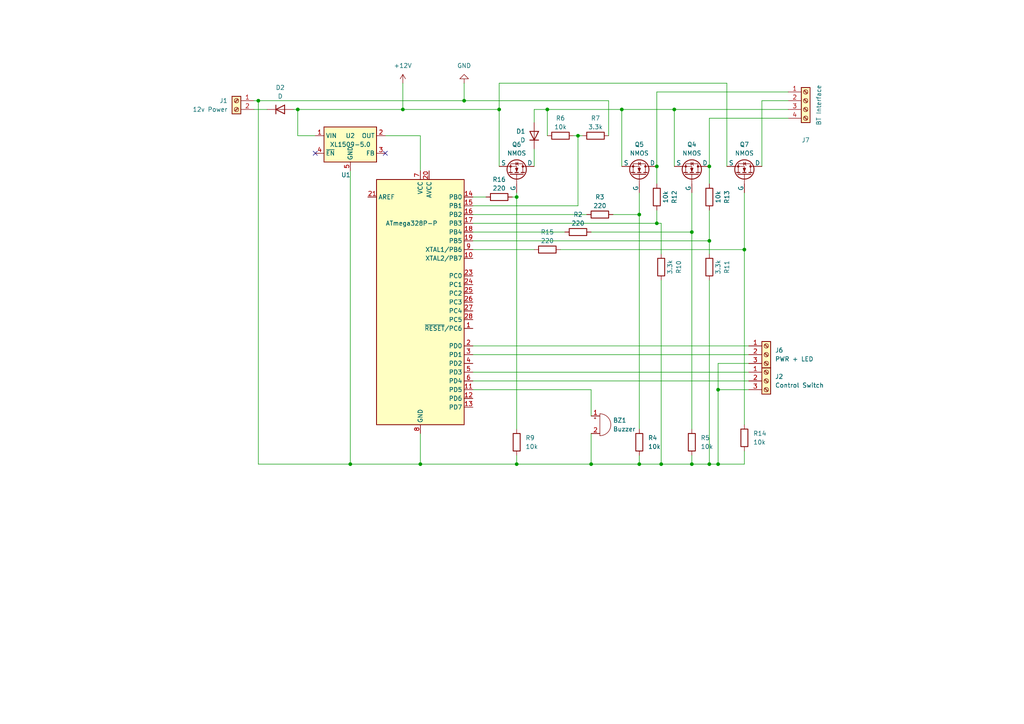
<source format=kicad_sch>
(kicad_sch (version 20250114) (generator "eeschema") (generator_version "9.0")
  (paper "A4")
  (title_block (title "Stand Alone Bow Thruster Controller") (date "2025-05-11") (company "David Ros"))
  (lib_symbols
    (symbol "Connector:Screw_Terminal_01x02" (pin_names (offset 1.016) (hide yes))
      (property "Reference" "J" (at 0 2.54 0))
      (property "Value" "Screw_Terminal_01x02" (at 0 -5.08 0))
      (symbol "Screw_Terminal_01x02_1_1"
        (rectangle (start -1.27 1.27) (end 1.27 -3.81) (stroke (width 0.254)) (fill (type background)))
        (polyline (pts (xy -0.5334 0.3302) (xy 0.3302 -0.508)) (stroke (width 0.1524)))
        (polyline (pts (xy -0.5334 -2.2098) (xy 0.3302 -3.048)) (stroke (width 0.1524)))
        (polyline (pts (xy -0.3556 0.508) (xy 0.508 -0.3302)) (stroke (width 0.1524)))
        (polyline (pts (xy -0.3556 -2.032) (xy 0.508 -2.8702)) (stroke (width 0.1524)))
        (circle (center 0 0) (radius 0.635) (stroke (width 0.1524)))
        (circle (center 0 -2.54) (radius 0.635) (stroke (width 0.1524)))
        (pin passive line (at -5.08 0 0) (length 3.81) (name "Pin_1") (number "1"))
        (pin passive line (at -5.08 -2.54 0) (length 3.81) (name "Pin_2") (number "2"))
      )
    )
    (symbol "Connector:Screw_Terminal_01x03" (pin_names (offset 1.016) (hide yes))
      (property "Reference" "J" (at 0 5.08 0))
      (property "Value" "Screw_Terminal_01x03" (at 0 -5.08 0))
      (symbol "Screw_Terminal_01x03_1_1"
        (rectangle (start -1.27 3.81) (end 1.27 -3.81) (stroke (width 0.254)) (fill (type background)))
        (polyline (pts (xy -0.5334 2.8702) (xy 0.3302 2.032)) (stroke (width 0.1524)))
        (polyline (pts (xy -0.5334 0.3302) (xy 0.3302 -0.508)) (stroke (width 0.1524)))
        (polyline (pts (xy -0.5334 -2.2098) (xy 0.3302 -3.048)) (stroke (width 0.1524)))
        (polyline (pts (xy -0.3556 3.048) (xy 0.508 2.2098)) (stroke (width 0.1524)))
        (polyline (pts (xy -0.3556 0.508) (xy 0.508 -0.3302)) (stroke (width 0.1524)))
        (polyline (pts (xy -0.3556 -2.032) (xy 0.508 -2.8702)) (stroke (width 0.1524)))
        (circle (center 0 2.54) (radius 0.635) (stroke (width 0.1524)))
        (circle (center 0 0) (radius 0.635) (stroke (width 0.1524)))
        (circle (center 0 -2.54) (radius 0.635) (stroke (width 0.1524)))
        (pin passive line (at -5.08 2.54 0) (length 3.81) (name "Pin_1") (number "1"))
        (pin passive line (at -5.08 0 0) (length 3.81) (name "Pin_2") (number "2"))
        (pin passive line (at -5.08 -2.54 0) (length 3.81) (name "Pin_3") (number "3"))
      )
    )
    (symbol "Connector:Screw_Terminal_01x04" (pin_names (offset 1.016) (hide yes))
      (property "Reference" "J" (at 0 5.08 0))
      (property "Value" "Screw_Terminal_01x04" (at 0 -7.62 0))
      (symbol "Screw_Terminal_01x04_1_1"
        (rectangle (start -1.27 3.81) (end 1.27 -6.35) (stroke (width 0.254)) (fill (type background)))
        (polyline (pts (xy -0.5334 2.8702) (xy 0.3302 2.032)) (stroke (width 0.1524)))
        (polyline (pts (xy -0.5334 0.3302) (xy 0.3302 -0.508)) (stroke (width 0.1524)))
        (polyline (pts (xy -0.5334 -2.2098) (xy 0.3302 -3.048)) (stroke (width 0.1524)))
        (polyline (pts (xy -0.5334 -4.7498) (xy 0.3302 -5.588)) (stroke (width 0.1524)))
        (polyline (pts (xy -0.3556 3.048) (xy 0.508 2.2098)) (stroke (width 0.1524)))
        (polyline (pts (xy -0.3556 0.508) (xy 0.508 -0.3302)) (stroke (width 0.1524)))
        (polyline (pts (xy -0.3556 -2.032) (xy 0.508 -2.8702)) (stroke (width 0.1524)))
        (polyline (pts (xy -0.3556 -4.572) (xy 0.508 -5.4102)) (stroke (width 0.1524)))
        (circle (center 0 2.54) (radius 0.635) (stroke (width 0.1524)))
        (circle (center 0 0) (radius 0.635) (stroke (width 0.1524)))
        (circle (center 0 -2.54) (radius 0.635) (stroke (width 0.1524)))
        (circle (center 0 -5.08) (radius 0.635) (stroke (width 0.1524)))
        (pin passive line (at -5.08 2.54 0) (length 3.81) (name "Pin_1") (number "1"))
        (pin passive line (at -5.08 0 0) (length 3.81) (name "Pin_2") (number "2"))
        (pin passive line (at -5.08 -2.54 0) (length 3.81) (name "Pin_3") (number "3"))
        (pin passive line (at -5.08 -5.08 0) (length 3.81) (name "Pin_4") (number "4"))
      )
    )
    (symbol "Device:Buzzer" (pin_names (offset 0.0254) (hide yes))
      (property "Reference" "BZ" (at 3.81 1.27 0))
      (property "Value" "Buzzer" (at 3.81 -1.27 0))
      (symbol "Buzzer_0_1"
        (polyline (pts (xy -1.651 1.905) (xy -1.143 1.905)))
        (polyline (pts (xy -1.397 2.159) (xy -1.397 1.651)))
        (arc (start 0 3.175) (mid 3.1612 0) (end 0 -3.175))
        (polyline (pts (xy 0 3.175) (xy 0 -3.175)))
      )
      (symbol "Buzzer_1_1"
        (pin passive line (at -2.54 2.54 0) (length 2.54) (name "+") (number "1"))
        (pin passive line (at -2.54 -2.54 0) (length 2.54) (name "-") (number "2"))
      )
    )
    (symbol "Device:D" (pin_numbers (hide yes)) (pin_names (offset 1.016) (hide yes))
      (property "Reference" "D" (at 0 2.54 0))
      (property "Value" "D" (at 0 -2.54 0))
      (symbol "D_0_1"
        (polyline (pts (xy -1.27 1.27) (xy -1.27 -1.27)) (stroke (width 0.254)))
        (polyline (pts (xy 1.27 1.27) (xy 1.27 -1.27) (xy -1.27 0) (xy 1.27 1.27)) (stroke (width 0.254)))
        (polyline (pts (xy 1.27 0) (xy -1.27 0)))
      )
      (symbol "D_1_1"
        (pin passive line (at -3.81 0 0) (length 2.54) (name "K") (number "1"))
        (pin passive line (at 3.81 0 180) (length 2.54) (name "A") (number "2"))
      )
    )
    (symbol "Device:R" (pin_numbers (hide yes)) (pin_names (offset 0))
      (property "Reference" "R" (at 2.032 0 90))
      (property "Value" "R" (at 0 0 90))
      (symbol "R_0_1"
        (rectangle (start -1.016 -2.54) (end 1.016 2.54) (stroke (width 0.254)))
      )
      (symbol "R_1_1"
        (pin passive line (at 0 3.81 270) (length 1.27) (name "~") (number "1"))
        (pin passive line (at 0 -3.81 90) (length 1.27) (name "~") (number "2"))
      )
    )
    (symbol "MCU_Microchip_ATmega:ATmega328P-P"
      (property "Reference" "U" (at -12.7 36.83 0))
      (property "Value" "ATmega328P-P" (at 2.54 -36.83 0))
      (symbol "ATmega328P-P_0_1"
        (rectangle (start -12.7 -35.56) (end 12.7 35.56) (stroke (width 0.254)) (fill (type background)))
      )
      (symbol "ATmega328P-P_1_1"
        (pin passive line (at -15.24 30.48 0) (length 2.54) (name "AREF") (number "21"))
        (pin power_in line (at 0 38.1 270) (length 2.54) (name "VCC") (number "7"))
        (pin passive line (at 0 -38.1 90) (length 2.54) (hide yes) (name "GND") (number "22"))
        (pin power_in line (at 0 -38.1 90) (length 2.54) (name "GND") (number "8"))
        (pin power_in line (at 2.54 38.1 270) (length 2.54) (name "AVCC") (number "20"))
        (pin bidirectional line (at 15.24 30.48 180) (length 2.54) (name "PB0") (number "14"))
        (pin bidirectional line (at 15.24 27.94 180) (length 2.54) (name "PB1") (number "15"))
        (pin bidirectional line (at 15.24 25.4 180) (length 2.54) (name "PB2") (number "16"))
        (pin bidirectional line (at 15.24 22.86 180) (length 2.54) (name "PB3") (number "17"))
        (pin bidirectional line (at 15.24 20.32 180) (length 2.54) (name "PB4") (number "18"))
        (pin bidirectional line (at 15.24 17.78 180) (length 2.54) (name "PB5") (number "19"))
        (pin bidirectional line (at 15.24 15.24 180) (length 2.54) (name "XTAL1/PB6") (number "9"))
        (pin bidirectional line (at 15.24 12.7 180) (length 2.54) (name "XTAL2/PB7") (number "10"))
        (pin bidirectional line (at 15.24 7.62 180) (length 2.54) (name "PC0") (number "23"))
        (pin bidirectional line (at 15.24 5.08 180) (length 2.54) (name "PC1") (number "24"))
        (pin bidirectional line (at 15.24 2.54 180) (length 2.54) (name "PC2") (number "25"))
        (pin bidirectional line (at 15.24 0 180) (length 2.54) (name "PC3") (number "26"))
        (pin bidirectional line (at 15.24 -2.54 180) (length 2.54) (name "PC4") (number "27"))
        (pin bidirectional line (at 15.24 -5.08 180) (length 2.54) (name "PC5") (number "28"))
        (pin bidirectional line (at 15.24 -7.62 180) (length 2.54) (name "~{RESET}/PC6") (number "1"))
        (pin bidirectional line (at 15.24 -12.7 180) (length 2.54) (name "PD0") (number "2"))
        (pin bidirectional line (at 15.24 -15.24 180) (length 2.54) (name "PD1") (number "3"))
        (pin bidirectional line (at 15.24 -17.78 180) (length 2.54) (name "PD2") (number "4"))
        (pin bidirectional line (at 15.24 -20.32 180) (length 2.54) (name "PD3") (number "5"))
        (pin bidirectional line (at 15.24 -22.86 180) (length 2.54) (name "PD4") (number "6"))
        (pin bidirectional line (at 15.24 -25.4 180) (length 2.54) (name "PD5") (number "11"))
        (pin bidirectional line (at 15.24 -27.94 180) (length 2.54) (name "PD6") (number "12"))
        (pin bidirectional line (at 15.24 -30.48 180) (length 2.54) (name "PD7") (number "13"))
      )
    )
    (symbol "Regulator_Switching:XL1509-3.3"
      (property "Reference" "U" (at -7.112 6.096 0))
      (property "Value" "XL1509-3.3" (at 5.842 6.096 0))
      (symbol "XL1509-3.3_0_1"
        (rectangle (start -7.62 5.08) (end 7.62 -5.08) (stroke (width 0.254)) (fill (type background)))
      )
      (symbol "XL1509-3.3_1_1"
        (pin power_in line (at -10.16 2.54 0) (length 2.54) (name "VIN") (number "1"))
        (pin input line (at -10.16 -2.54 0) (length 2.54) (name "~{EN}") (number "4"))
        (pin power_in line (at 0 -7.62 90) (length 2.54) (name "GND") (number "5"))
        (pin passive line (at 0 -7.62 90) (length 2.54) (hide yes) (name "GND") (number "6"))
        (pin passive line (at 0 -7.62 90) (length 2.54) (hide yes) (name "GND") (number "7"))
        (pin passive line (at 0 -7.62 90) (length 2.54) (hide yes) (name "GND") (number "8"))
        (pin power_out line (at 10.16 2.54 180) (length 2.54) (name "OUT") (number "2"))
        (pin input line (at 10.16 -2.54 180) (length 2.54) (name "FB") (number "3"))
      )
    )
    (symbol "Simulation_SPICE:NMOS" (pin_numbers (hide yes)) (pin_names (offset 0))
      (property "Reference" "Q" (at 5.08 1.27 0))
      (property "Value" "NMOS" (at 5.08 -1.27 0))
      (symbol "NMOS_0_1"
        (polyline (pts (xy 0.254 1.905) (xy 0.254 -1.905)) (stroke (width 0.254)))
        (polyline (pts (xy 0.254 0) (xy -2.54 0)))
        (polyline (pts (xy 0.762 2.286) (xy 0.762 1.27)) (stroke (width 0.254)))
        (polyline (pts (xy 0.762 0.508) (xy 0.762 -0.508)) (stroke (width 0.254)))
        (polyline (pts (xy 0.762 -1.27) (xy 0.762 -2.286)) (stroke (width 0.254)))
        (polyline (pts (xy 0.762 -1.778) (xy 3.302 -1.778) (xy 3.302 1.778) (xy 0.762 1.778)))
        (polyline (pts (xy 1.016 0) (xy 2.032 0.381) (xy 2.032 -0.381) (xy 1.016 0)) (fill (type outline)))
        (circle (center 1.651 0) (radius 2.794) (stroke (width 0.254)))
        (polyline (pts (xy 2.54 2.54) (xy 2.54 1.778)))
        (circle (center 2.54 1.778) (radius 0.254) (fill (type outline)))
        (circle (center 2.54 -1.778) (radius 0.254) (fill (type outline)))
        (polyline (pts (xy 2.54 -2.54) (xy 2.54 0) (xy 0.762 0)))
        (polyline (pts (xy 2.794 0.508) (xy 2.921 0.381) (xy 3.683 0.381) (xy 3.81 0.254)))
        (polyline (pts (xy 3.302 0.381) (xy 2.921 -0.254) (xy 3.683 -0.254) (xy 3.302 0.381)))
      )
      (symbol "NMOS_1_1"
        (pin input line (at -5.08 0 0) (length 2.54) (name "G") (number "2"))
        (pin passive line (at 2.54 5.08 270) (length 2.54) (name "D") (number "1"))
        (pin passive line (at 2.54 -5.08 90) (length 2.54) (name "S") (number "3"))
      )
    )
    (symbol "power:+12V" (power) (pin_numbers (hide yes)) (pin_names (offset 0) (hide yes))
      (property "Value" "+12V" (at 0 3.556 0))
      (symbol "+12V_0_1"
        (polyline (pts (xy -0.762 1.27) (xy 0 2.54)))
        (polyline (pts (xy 0 2.54) (xy 0.762 1.27)))
        (polyline (pts (xy 0 0) (xy 0 2.54)))
      )
      (symbol "+12V_1_1"
        (pin power_in line (at 0 0 90) (length 0) (name "~") (number "1"))
      )
    )
    (symbol "power:GND" (power) (pin_numbers (hide yes)) (pin_names (offset 0) (hide yes))
      (property "Value" "GND" (at 0 -3.81 0))
      (symbol "GND_0_1"
        (polyline (pts (xy 0 0) (xy 0 -1.27) (xy 1.27 -1.27) (xy 0 -2.54) (xy -1.27 -1.27) (xy 0 -1.27)))
      )
      (symbol "GND_1_1"
        (pin power_in line (at 0 0 270) (length 0) (name "~") (number "1"))
      )
    )
  )
  (junction (at 185.42 62.23))
  (junction (at 149.86 134.62))
  (junction (at 144.78 31.75))
  (junction (at 190.5 64.77))
  (junction (at 74.93 29.21))
  (junction (at 101.6 134.62))
  (junction (at 190.5 48.26))
  (junction (at 215.9 72.39))
  (junction (at 208.28 113.03))
  (junction (at 171.45 134.62))
  (junction (at 200.66 67.31))
  (junction (at 205.74 134.62))
  (junction (at 121.92 134.62))
  (junction (at 205.74 48.26))
  (junction (at 86.36 31.75))
  (junction (at 191.77 134.62))
  (junction (at 208.28 134.62))
  (junction (at 167.64 39.37))
  (junction (at 200.66 134.62))
  (junction (at 134.62 29.21))
  (junction (at 180.34 31.75))
  (junction (at 205.74 69.85))
  (junction (at 195.58 31.75))
  (junction (at 149.86 57.15))
  (junction (at 116.84 31.75))
  (junction (at 158.75 31.75))
  (junction (at 185.42 134.62))
  (no_connect (at 111.76 44.45))
  (no_connect (at 91.44 44.45))
  (wire (pts (xy 137.16 62.23) (xy 170.18 62.23)))
  (wire (pts (xy 101.6 49.53) (xy 101.6 134.62)))
  (wire (pts (xy 208.28 105.41) (xy 208.28 113.03)))
  (wire (pts (xy 185.42 132.08) (xy 185.42 134.62)))
  (wire (pts (xy 205.74 69.85) (xy 205.74 73.66)))
  (wire (pts (xy 205.74 34.29) (xy 205.74 48.26)))
  (wire (pts (xy 154.94 31.75) (xy 154.94 35.56)))
  (wire (pts (xy 137.16 72.39) (xy 154.94 72.39)))
  (wire (pts (xy 191.77 134.62) (xy 200.66 134.62)))
  (wire (pts (xy 86.36 39.37) (xy 91.44 39.37)))
  (wire (pts (xy 217.17 105.41) (xy 208.28 105.41)))
  (wire (pts (xy 137.16 110.49) (xy 217.17 110.49)))
  (wire (pts (xy 134.62 29.21) (xy 176.53 29.21)))
  (wire (pts (xy 148.59 57.15) (xy 149.86 57.15)))
  (wire (pts (xy 171.45 120.65) (xy 171.45 113.03)))
  (wire (pts (xy 137.16 113.03) (xy 171.45 113.03)))
  (wire (pts (xy 195.58 31.75) (xy 195.58 48.26)))
  (wire (pts (xy 190.5 60.96) (xy 190.5 64.77)))
  (wire (pts (xy 121.92 125.73) (xy 121.92 134.62)))
  (wire (pts (xy 74.93 134.62) (xy 74.93 29.21)))
  (wire (pts (xy 73.66 31.75) (xy 77.47 31.75)))
  (wire (pts (xy 176.53 29.21) (xy 176.53 39.37)))
  (wire (pts (xy 210.82 24.13) (xy 144.78 24.13)))
  (wire (pts (xy 200.66 55.88) (xy 200.66 67.31)))
  (wire (pts (xy 149.86 134.62) (xy 171.45 134.62)))
  (wire (pts (xy 116.84 24.13) (xy 116.84 31.75)))
  (wire (pts (xy 180.34 31.75) (xy 180.34 48.26)))
  (wire (pts (xy 208.28 134.62) (xy 215.9 134.62)))
  (wire (pts (xy 220.98 48.26) (xy 220.98 29.21)))
  (wire (pts (xy 190.5 48.26) (xy 190.5 26.67)))
  (wire (pts (xy 200.66 134.62) (xy 205.74 134.62)))
  (wire (pts (xy 154.94 43.18) (xy 154.94 48.26)))
  (wire (pts (xy 149.86 57.15) (xy 149.86 124.46)))
  (wire (pts (xy 180.34 31.75) (xy 195.58 31.75)))
  (wire (pts (xy 149.86 132.08) (xy 149.86 134.62)))
  (wire (pts (xy 73.66 29.21) (xy 74.93 29.21)))
  (wire (pts (xy 137.16 64.77) (xy 190.5 64.77)))
  (wire (pts (xy 191.77 81.28) (xy 191.77 134.62)))
  (wire (pts (xy 116.84 31.75) (xy 144.78 31.75)))
  (wire (pts (xy 215.9 130.81) (xy 215.9 134.62)))
  (wire (pts (xy 137.16 100.33) (xy 217.17 100.33)))
  (wire (pts (xy 134.62 24.13) (xy 134.62 29.21)))
  (wire (pts (xy 215.9 55.88) (xy 215.9 72.39)))
  (wire (pts (xy 171.45 125.73) (xy 171.45 134.62)))
  (wire (pts (xy 149.86 55.88) (xy 149.86 57.15)))
  (wire (pts (xy 195.58 31.75) (xy 228.6 31.75)))
  (wire (pts (xy 137.16 59.69) (xy 167.64 59.69)))
  (wire (pts (xy 185.42 55.88) (xy 185.42 62.23)))
  (wire (pts (xy 205.74 60.96) (xy 205.74 69.85)))
  (wire (pts (xy 158.75 31.75) (xy 158.75 39.37)))
  (wire (pts (xy 167.64 39.37) (xy 168.91 39.37)))
  (wire (pts (xy 167.64 39.37) (xy 167.64 59.69)))
  (wire (pts (xy 158.75 31.75) (xy 180.34 31.75)))
  (wire (pts (xy 215.9 72.39) (xy 215.9 123.19)))
  (wire (pts (xy 200.66 67.31) (xy 200.66 124.46)))
  (wire (pts (xy 205.74 134.62) (xy 208.28 134.62)))
  (wire (pts (xy 137.16 102.87) (xy 217.17 102.87)))
  (wire (pts (xy 85.09 31.75) (xy 86.36 31.75)))
  (wire (pts (xy 86.36 31.75) (xy 116.84 31.75)))
  (wire (pts (xy 144.78 31.75) (xy 144.78 48.26)))
  (wire (pts (xy 166.37 39.37) (xy 167.64 39.37)))
  (wire (pts (xy 137.16 57.15) (xy 140.97 57.15)))
  (wire (pts (xy 191.77 64.77) (xy 191.77 73.66)))
  (wire (pts (xy 205.74 34.29) (xy 228.6 34.29)))
  (wire (pts (xy 190.5 64.77) (xy 191.77 64.77)))
  (wire (pts (xy 162.56 72.39) (xy 215.9 72.39)))
  (wire (pts (xy 137.16 107.95) (xy 217.17 107.95)))
  (wire (pts (xy 121.92 39.37) (xy 121.92 49.53)))
  (wire (pts (xy 137.16 69.85) (xy 205.74 69.85)))
  (wire (pts (xy 205.74 81.28) (xy 205.74 134.62)))
  (wire (pts (xy 101.6 134.62) (xy 121.92 134.62)))
  (wire (pts (xy 185.42 62.23) (xy 177.8 62.23)))
  (wire (pts (xy 205.74 48.26) (xy 205.74 53.34)))
  (wire (pts (xy 137.16 67.31) (xy 163.83 67.31)))
  (wire (pts (xy 210.82 48.26) (xy 210.82 24.13)))
  (wire (pts (xy 74.93 134.62) (xy 101.6 134.62)))
  (wire (pts (xy 185.42 62.23) (xy 185.42 124.46)))
  (wire (pts (xy 190.5 26.67) (xy 228.6 26.67)))
  (wire (pts (xy 121.92 134.62) (xy 149.86 134.62)))
  (wire (pts (xy 208.28 113.03) (xy 217.17 113.03)))
  (wire (pts (xy 190.5 48.26) (xy 190.5 53.34)))
  (wire (pts (xy 200.66 132.08) (xy 200.66 134.62)))
  (wire (pts (xy 185.42 134.62) (xy 191.77 134.62)))
  (wire (pts (xy 171.45 67.31) (xy 200.66 67.31)))
  (wire (pts (xy 144.78 24.13) (xy 144.78 31.75)))
  (wire (pts (xy 154.94 31.75) (xy 158.75 31.75)))
  (wire (pts (xy 86.36 31.75) (xy 86.36 39.37)))
  (wire (pts (xy 111.76 39.37) (xy 121.92 39.37)))
  (wire (pts (xy 220.98 29.21) (xy 228.6 29.21)))
  (wire (pts (xy 171.45 134.62) (xy 185.42 134.62)))
  (wire (pts (xy 74.93 29.21) (xy 134.62 29.21)))
  (wire (pts (xy 208.28 113.03) (xy 208.28 134.62)))
  (symbol (lib_id "Device:R") (at 149.86 128.27 0) (unit 1)
    (property "Reference" "R9" (at 152.4 126.9999 0) (effects (justify left)))
    (property "Value" "10k" (at 152.4 129.5399 0) (effects (justify left)))
    (property "Description" "Resistor" (effects (hide yes)))
  )
  (symbol (lib_id "Connector:Screw_Terminal_01x03") (at 222.25 102.87 0) (unit 1)
    (property "Reference" "J6" (at 224.79 101.5999 0) (effects (justify left)))
    (property "Value" "PWR + LED" (at 224.79 104.1399 0) (effects (justify left)))
    (property "Description" "Generic screw terminal, single row, 01x03, script generated (kicad-library-utils/schlib/autogen/connector/)" (effects (hide yes)))
  )
  (symbol (lib_id "power:+12V") (at 116.84 24.13 0) (unit 1)
    (property "Reference" "#PWR01" (effects (hide yes)))
    (property "Value" "+12V" (at 116.84 19.05 0))
    (property "Description" "Power symbol creates a global label with name \"+12V\"" (effects (hide yes)))
  )
  (symbol (lib_id "Device:R") (at 167.64 67.31 90) (unit 1)
    (property "Reference" "R2" (at 167.64 62.23 90))
    (property "Value" "220" (at 167.64 64.77 90))
    (property "Description" "Resistor" (effects (hide yes)))
  )
  (symbol (lib_id "Device:R") (at 158.75 72.39 270) (unit 1)
    (property "Reference" "R15" (at 158.75 67.31 90))
    (property "Value" "220" (at 158.75 69.85 90))
    (property "Description" "Resistor" (effects (hide yes)))
  )
  (symbol (lib_id "Simulation_SPICE:NMOS") (at 215.9 50.8 270) (mirror x) (unit 1)
    (property "Reference" "Q7" (at 215.9 41.91 90))
    (property "Value" "NMOS" (at 215.9 44.45 90))
    (property "Datasheet" "https://ngspice.sourceforge.io/docs/ngspice-html-manual/manual.xhtml#cha_MOSFETs" (effects (hide yes)))
    (property "Description" "N-MOSFET transistor, drain/source/gate" (effects (hide yes)))
    (property "Sim.Device" "NMOS" (effects (hide yes)))
    (property "Sim.Type" "VDMOS" (effects (hide yes)))
    (property "Sim.Pins" "1=D 2=G 3=S" (effects (hide yes)))
  )
  (symbol (lib_id "Device:R") (at 162.56 39.37 270) (unit 1)
    (property "Reference" "R6" (at 162.56 34.29 90))
    (property "Value" "10k" (at 162.56 36.83 90))
    (property "Description" "Resistor" (effects (hide yes)))
  )
  (symbol (lib_id "Device:R") (at 205.74 77.47 180) (unit 1)
    (property "Reference" "R11" (at 210.82 77.47 90))
    (property "Value" "3.3k" (at 208.28 77.47 90))
    (property "Description" "Resistor" (effects (hide yes)))
  )
  (symbol (lib_id "Device:R") (at 215.9 127 0) (unit 1)
    (property "Reference" "R14" (at 218.44 125.7299 0) (effects (justify left)))
    (property "Value" "10k" (at 218.44 128.2699 0) (effects (justify left)))
    (property "Description" "Resistor" (effects (hide yes)))
  )
  (symbol (lib_id "Device:R") (at 185.42 128.27 0) (unit 1)
    (property "Reference" "R4" (at 187.96 126.9999 0) (effects (justify left)))
    (property "Value" "10k" (at 187.96 129.5399 0) (effects (justify left)))
    (property "Description" "Resistor" (effects (hide yes)))
  )
  (symbol (lib_id "Simulation_SPICE:NMOS") (at 185.42 50.8 270) (mirror x) (unit 1)
    (property "Reference" "Q5" (at 185.42 41.91 90))
    (property "Value" "NMOS" (at 185.42 44.45 90))
    (property "Datasheet" "https://ngspice.sourceforge.io/docs/ngspice-html-manual/manual.xhtml#cha_MOSFETs" (effects (hide yes)))
    (property "Description" "N-MOSFET transistor, drain/source/gate" (effects (hide yes)))
    (property "Sim.Device" "NMOS" (effects (hide yes)))
    (property "Sim.Type" "VDMOS" (effects (hide yes)))
    (property "Sim.Pins" "1=D 2=G 3=S" (effects (hide yes)))
  )
  (symbol (lib_id "Regulator_Switching:XL1509-3.3") (at 101.6 41.91 0) (unit 1)
    (property "Reference" "U2" (at 101.6 39.37 0))
    (property "Value" "XL1509-5.0" (at 101.6 41.91 0))
    (property "Footprint" "Package_SO:SOIC-8_3.9x4.9mm_P1.27mm" (effects (hide yes)))
    (property "Datasheet" "https://datasheet.lcsc.com/lcsc/1809050422_XLSEMI-XL1509-5-0E1_C61063.pdf" (effects (hide yes)))
    (property "Description" "Buck DC/DC Converter, 2A, 3.3V Output Voltage, 4.5-40V Input Voltage" (effects (hide yes)))
  )
  (symbol (lib_id "Simulation_SPICE:NMOS") (at 200.66 50.8 270) (mirror x) (unit 1)
    (property "Reference" "Q4" (at 200.66 41.91 90))
    (property "Value" "NMOS" (at 200.66 44.45 90))
    (property "Datasheet" "https://ngspice.sourceforge.io/docs/ngspice-html-manual/manual.xhtml#cha_MOSFETs" (effects (hide yes)))
    (property "Description" "N-MOSFET transistor, drain/source/gate" (effects (hide yes)))
    (property "Sim.Device" "NMOS" (effects (hide yes)))
    (property "Sim.Type" "VDMOS" (effects (hide yes)))
    (property "Sim.Pins" "1=D 2=G 3=S" (effects (hide yes)))
  )
  (symbol (lib_id "Device:D") (at 81.28 31.75 0) (unit 1)
    (property "Reference" "D2" (at 81.28 25.4 0))
    (property "Value" "D" (at 81.28 27.94 0))
    (property "Description" "Diode" (effects (hide yes)))
    (property "Sim.Device" "D" (effects (hide yes)))
    (property "Sim.Pins" "1=K 2=A" (effects (hide yes)))
  )
  (symbol (lib_id "Device:D") (at 154.94 39.37 270) (mirror x) (unit 1)
    (property "Reference" "D1" (at 152.4 38.0999 90) (effects (justify right)))
    (property "Value" "D" (at 152.4 40.6399 90) (effects (justify right)))
    (property "Description" "Diode" (effects (hide yes)))
    (property "Sim.Device" "D" (effects (hide yes)))
    (property "Sim.Pins" "1=K 2=A" (effects (hide yes)))
  )
  (symbol (lib_id "Device:R") (at 205.74 57.15 180) (unit 1)
    (property "Reference" "R13" (at 210.82 57.15 90))
    (property "Value" "10k" (at 208.28 57.15 90))
    (property "Description" "Resistor" (effects (hide yes)))
  )
  (symbol (lib_id "power:GND") (at 134.62 24.13 0) (mirror x) (unit 1)
    (property "Reference" "#PWR02" (effects (hide yes)))
    (property "Value" "GND" (at 134.62 19.05 0))
    (property "Description" "Power symbol creates a global label with name \"GND\" , ground" (effects (hide yes)))
  )
  (symbol (lib_id "Device:R") (at 144.78 57.15 90) (unit 1)
    (property "Reference" "R16" (at 144.78 52.07 90))
    (property "Value" "220" (at 144.78 54.61 90))
    (property "Description" "Resistor" (effects (hide yes)))
  )
  (symbol (lib_id "Device:R") (at 200.66 128.27 0) (unit 1)
    (property "Reference" "R5" (at 203.2 126.9999 0) (effects (justify left)))
    (property "Value" "10k" (at 203.2 129.5399 0) (effects (justify left)))
    (property "Description" "Resistor" (effects (hide yes)))
  )
  (symbol (lib_id "Connector:Screw_Terminal_01x03") (at 222.25 110.49 0) (unit 1)
    (property "Reference" "J2" (at 224.79 109.2199 0) (effects (justify left)))
    (property "Value" "Control Switch" (at 224.79 111.7599 0) (effects (justify left)))
    (property "Description" "Generic screw terminal, single row, 01x03, script generated (kicad-library-utils/schlib/autogen/connector/)" (effects (hide yes)))
  )
  (symbol (lib_id "Device:Buzzer") (at 173.99 123.19 0) (unit 1)
    (property "Reference" "BZ1" (at 177.8 121.9199 0) (effects (justify left)))
    (property "Value" "Buzzer" (at 177.8 124.4599 0) (effects (justify left)))
    (property "Description" "Buzzer, polarized" (effects (hide yes)))
  )
  (symbol (lib_id "Simulation_SPICE:NMOS") (at 149.86 50.8 270) (mirror x) (unit 1)
    (property "Reference" "Q6" (at 149.86 41.91 90))
    (property "Value" "NMOS" (at 149.86 44.45 90))
    (property "Datasheet" "https://ngspice.sourceforge.io/docs/ngspice-html-manual/manual.xhtml#cha_MOSFETs" (effects (hide yes)))
    (property "Description" "N-MOSFET transistor, drain/source/gate" (effects (hide yes)))
    (property "Sim.Device" "NMOS" (effects (hide yes)))
    (property "Sim.Type" "VDMOS" (effects (hide yes)))
    (property "Sim.Pins" "1=D 2=G 3=S" (effects (hide yes)))
  )
  (symbol (lib_id "MCU_Microchip_ATmega:ATmega328P-P") (at 121.92 87.63 0) (unit 1)
    (property "Reference" "U1" (at 100.33 50.7298 0))
    (property "Value" "ATmega328P-P" (at 119.38 64.77 0))
    (property "Footprint" "Package_DIP:DIP-28_W7.62mm" (effects (hide yes)))
    (property "Datasheet" "http://ww1.microchip.com/downloads/en/DeviceDoc/ATmega328_P%20AVR%20MCU%20with%20picoPower%20Technology%20Data%20Sheet%2040001984A.pdf" (effects (hide yes)))
    (property "Description" "20MHz, 32kB Flash, 2kB SRAM, 1kB EEPROM, DIP-28" (effects (hide yes)))
  )
  (symbol (lib_id "Connector:Screw_Terminal_01x02") (at 68.58 29.21 0) (mirror y) (unit 1)
    (property "Reference" "J1" (at 66.04 29.2099 0) (effects (justify left)))
    (property "Value" "12v Power" (at 66.04 31.7499 0) (effects (justify left)))
    (property "Description" "Generic screw terminal, single row, 01x02, script generated (kicad-library-utils/schlib/autogen/connector/)" (effects (hide yes)))
  )
  (symbol (lib_id "Connector:Screw_Terminal_01x04") (at 233.68 29.21 0) (unit 1)
    (property "Reference" "J7" (at 233.68 40.64 0))
    (property "Value" "BT Interface" (at 237.49 30.48 90))
    (property "Description" "Generic screw terminal, single row, 01x04, script generated (kicad-library-utils/schlib/autogen/connector/)" (effects (hide yes)))
  )
  (symbol (lib_id "Device:R") (at 190.5 57.15 180) (unit 1)
    (property "Reference" "R12" (at 195.58 57.15 90))
    (property "Value" "10k" (at 193.04 57.15 90))
    (property "Description" "Resistor" (effects (hide yes)))
  )
  (symbol (lib_id "Device:R") (at 172.72 39.37 270) (unit 1)
    (property "Reference" "R7" (at 172.72 34.29 90))
    (property "Value" "3.3k" (at 172.72 36.83 90))
    (property "Description" "Resistor" (effects (hide yes)))
  )
  (symbol (lib_id "Device:R") (at 173.99 62.23 270) (unit 1)
    (property "Reference" "R3" (at 173.99 57.15 90))
    (property "Value" "220" (at 173.99 59.69 90))
    (property "Description" "Resistor" (effects (hide yes)))
  )
  (symbol (lib_id "Device:R") (at 191.77 77.47 180) (unit 1)
    (property "Reference" "R10" (at 196.85 77.47 90))
    (property "Value" "3.3k" (at 194.31 77.47 90))
    (property "Description" "Resistor" (effects (hide yes)))
  )
)
</source>
